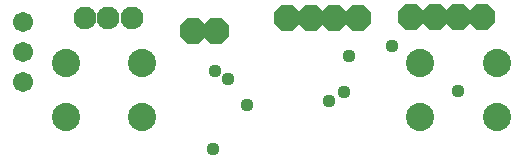
<source format=gbr>
G04 EAGLE Gerber X2 export*
G04 #@! %TF.Part,Single*
G04 #@! %TF.FileFunction,Soldermask,Bot,1*
G04 #@! %TF.FilePolarity,Negative*
G04 #@! %TF.GenerationSoftware,Autodesk,EAGLE,8.6.0*
G04 #@! %TF.CreationDate,2018-03-03T07:27:46Z*
G75*
%MOMM*%
%FSLAX34Y34*%
%LPD*%
%AMOC8*
5,1,8,0,0,1.08239X$1,22.5*%
G01*
%ADD10P,2.364373X8X202.500000*%
%ADD11P,2.364373X8X22.500000*%
%ADD12C,2.387600*%
%ADD13C,1.930400*%
%ADD14C,1.708000*%
%ADD15C,1.112000*%


D10*
X429900Y151400D03*
X409900Y151400D03*
X389900Y151400D03*
X369900Y151400D03*
X324800Y151200D03*
X304800Y151200D03*
X284800Y151200D03*
X264800Y151200D03*
D11*
X185200Y140000D03*
X205200Y140000D03*
D12*
X142512Y67294D03*
X77488Y67294D03*
X142512Y112506D03*
X77488Y112506D03*
X377488Y112606D03*
X442512Y112606D03*
X377488Y67394D03*
X442512Y67394D03*
D13*
X133500Y150800D03*
X113500Y150800D03*
X93500Y150800D03*
D14*
X41000Y122000D03*
X41000Y96600D03*
X41000Y147400D03*
D15*
X231000Y77000D03*
X317000Y119000D03*
X313000Y88000D03*
X354000Y126900D03*
X203900Y106100D03*
X410100Y89500D03*
X300500Y81000D03*
X214700Y98900D03*
X202400Y40300D03*
M02*

</source>
